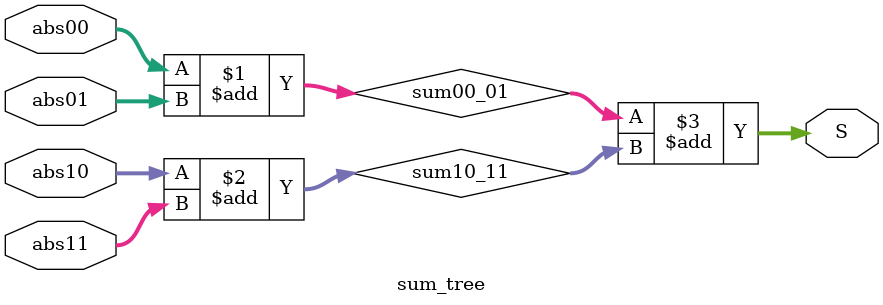
<source format=v>
module sum_tree (abs00, abs01, abs10, abs11, S);

input [7:0] abs00, abs01, abs10, abs11;
output [9:0] S;

wire [8:0] sum00_01, sum10_11;

assign sum00_01 = abs00+abs01;
assign sum10_11 = abs10+abs11;

assign S = sum00_01+sum10_11;

endmodule

</source>
